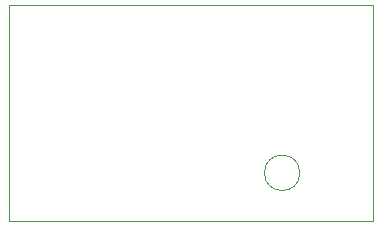
<source format=gbr>
G04 #@! TF.GenerationSoftware,KiCad,Pcbnew,5.1.5+dfsg1-2build2*
G04 #@! TF.CreationDate,2021-03-15T22:58:29+01:00*
G04 #@! TF.ProjectId,ProMicro_BOOST,50726f4d-6963-4726-9f5f-424f4f53542e,v1.8*
G04 #@! TF.SameCoordinates,Original*
G04 #@! TF.FileFunction,Other,User*
%FSLAX46Y46*%
G04 Gerber Fmt 4.6, Leading zero omitted, Abs format (unit mm)*
G04 Created by KiCad*
%MOMM*%
%LPD*%
G04 APERTURE LIST*
%ADD10C,0.050000*%
G04 APERTURE END LIST*
D10*
X61873000Y-113435000D02*
X61873000Y-131735000D01*
X61873000Y-113435000D02*
X92673000Y-113435000D01*
X92673000Y-131735000D02*
X61873000Y-131735000D01*
X92673000Y-131735000D02*
X92673000Y-113435000D01*
X86463000Y-127635000D02*
G75*
G03X86463000Y-127635000I-1500000J0D01*
G01*
M02*

</source>
